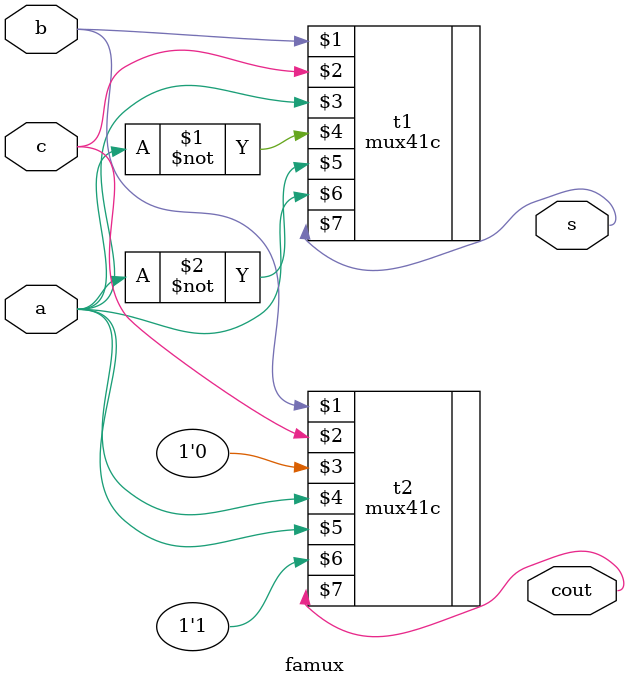
<source format=v>
module famux(a,b,c,s,cout);
input a,b,c;
output  cout,s;

mux41c t1(b,c,a,~a,~a,a,s);
mux41c t2(b,c,1'b0,a,a,1'b1,cout);
endmodule
</source>
